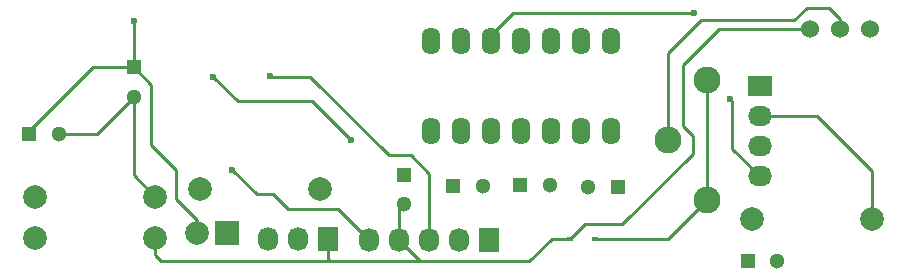
<source format=gbr>
G04 #@! TF.FileFunction,Copper,L2,Bot,Signal*
%FSLAX46Y46*%
G04 Gerber Fmt 4.6, Leading zero omitted, Abs format (unit mm)*
G04 Created by KiCad (PCBNEW 4.0.2+dfsg1-stable) date Thu 01 Dec 2016 16:17:54 GMT*
%MOMM*%
G01*
G04 APERTURE LIST*
%ADD10C,0.100000*%
%ADD11R,1.300000X1.300000*%
%ADD12C,1.300000*%
%ADD13C,1.998980*%
%ADD14O,1.600000X2.300000*%
%ADD15R,0.590000X0.450000*%
%ADD16R,1.727200X2.032000*%
%ADD17O,1.727200X2.032000*%
%ADD18R,2.032000X1.727200*%
%ADD19O,2.032000X1.727200*%
%ADD20C,2.286000*%
%ADD21R,2.000000X2.000000*%
%ADD22C,2.000000*%
%ADD23C,1.524000*%
%ADD24C,0.600000*%
%ADD25C,0.250000*%
G04 APERTURE END LIST*
D10*
D11*
X142494000Y-72085200D03*
D12*
X142494000Y-74585200D03*
D11*
X175234600Y-82067400D03*
D12*
X177734600Y-82067400D03*
D11*
X169545000Y-82143600D03*
D12*
X172045000Y-82143600D03*
D11*
X165354000Y-81203800D03*
D12*
X165354000Y-83703800D03*
D11*
X183489600Y-82245200D03*
D12*
X180989600Y-82245200D03*
D11*
X133654800Y-77724000D03*
D12*
X136154800Y-77724000D03*
D13*
X144297400Y-86537800D03*
X134137400Y-86537800D03*
X144322800Y-83032600D03*
X134162800Y-83032600D03*
X148132800Y-82372200D03*
X158292800Y-82372200D03*
X204978000Y-84963000D03*
X194818000Y-84963000D03*
D14*
X167640000Y-77470000D03*
X170180000Y-77470000D03*
X172720000Y-77470000D03*
X175260000Y-77470000D03*
X177800000Y-77470000D03*
X180340000Y-77470000D03*
X182880000Y-77470000D03*
X182880000Y-69850000D03*
X180340000Y-69850000D03*
X177800000Y-69850000D03*
X175260000Y-69850000D03*
X172720000Y-69850000D03*
X170180000Y-69850000D03*
X167640000Y-69850000D03*
D15*
X179462800Y-86614000D03*
X181572800Y-86614000D03*
D16*
X172593000Y-86741000D03*
D17*
X170053000Y-86741000D03*
X167513000Y-86741000D03*
X164973000Y-86741000D03*
X162433000Y-86741000D03*
D18*
X195529200Y-73710800D03*
D19*
X195529200Y-76250800D03*
X195529200Y-78790800D03*
X195529200Y-81330800D03*
D20*
X191033400Y-83312000D03*
X191033400Y-73152000D03*
X187731400Y-78232000D03*
D21*
X150418800Y-86156800D03*
D22*
X147878800Y-86156800D03*
D23*
X202311000Y-68808600D03*
X204851000Y-68808600D03*
X199771000Y-68808600D03*
D11*
X194487800Y-88468200D03*
D12*
X196987800Y-88468200D03*
D16*
X158927800Y-86614000D03*
D17*
X156387800Y-86614000D03*
X153847800Y-86614000D03*
D24*
X142494000Y-68199000D03*
X150850600Y-80746600D03*
X154051000Y-72847200D03*
X160858200Y-78257400D03*
X149250400Y-72898000D03*
X189966600Y-67462400D03*
X193014600Y-74752200D03*
D25*
X153847800Y-86614000D02*
X153847800Y-86588600D01*
X133654800Y-77724000D02*
X133654800Y-77470000D01*
X133654800Y-77470000D02*
X139039600Y-72085200D01*
X139039600Y-72085200D02*
X142494000Y-72085200D01*
X147878800Y-86156800D02*
X147878800Y-85039200D01*
X143992600Y-73583800D02*
X142494000Y-72085200D01*
X143992600Y-78689200D02*
X143992600Y-73583800D01*
X146050000Y-80746600D02*
X143992600Y-78689200D01*
X146050000Y-83210400D02*
X146050000Y-80746600D01*
X147878800Y-85039200D02*
X147040600Y-84201000D01*
X147040600Y-84201000D02*
X146050000Y-83210400D01*
X187731400Y-78232000D02*
X187731400Y-70891400D01*
X202311000Y-68021200D02*
X202311000Y-68808600D01*
X201345800Y-67056000D02*
X202311000Y-68021200D01*
X199466200Y-67056000D02*
X201345800Y-67056000D01*
X198399400Y-68122800D02*
X199466200Y-67056000D01*
X190500000Y-68122800D02*
X198399400Y-68122800D01*
X187731400Y-70891400D02*
X190500000Y-68122800D01*
X142494000Y-72085200D02*
X142494000Y-68199000D01*
X158927800Y-86614000D02*
X158927800Y-88290400D01*
X158927800Y-88290400D02*
X159156400Y-88519000D01*
X142494000Y-74585200D02*
X142494000Y-81203800D01*
X142494000Y-81203800D02*
X144322800Y-83032600D01*
X199771000Y-68808600D02*
X192074800Y-68808600D01*
X180682000Y-85394800D02*
X179462800Y-86614000D01*
X183870600Y-85394800D02*
X180682000Y-85394800D01*
X189839600Y-79425800D02*
X183870600Y-85394800D01*
X189839600Y-77901800D02*
X189839600Y-79425800D01*
X188976000Y-77038200D02*
X189839600Y-77901800D01*
X188976000Y-71907400D02*
X188976000Y-77038200D01*
X192074800Y-68808600D02*
X188976000Y-71907400D01*
X144297400Y-86537800D02*
X144297400Y-87985600D01*
X144830800Y-88519000D02*
X159156400Y-88519000D01*
X159156400Y-88519000D02*
X166751000Y-88519000D01*
X144297400Y-87985600D02*
X144830800Y-88519000D01*
X179462800Y-86614000D02*
X177876200Y-86614000D01*
X177876200Y-86614000D02*
X175971200Y-88519000D01*
X175971200Y-88519000D02*
X166751000Y-88519000D01*
X166751000Y-88519000D02*
X164973000Y-86741000D01*
X164973000Y-86741000D02*
X164973000Y-84084800D01*
X164973000Y-84084800D02*
X165354000Y-83703800D01*
X136154800Y-77724000D02*
X139355200Y-77724000D01*
X139355200Y-77724000D02*
X142494000Y-74585200D01*
X195529200Y-76250800D02*
X200380600Y-76250800D01*
X204978000Y-80848200D02*
X204978000Y-84963000D01*
X200380600Y-76250800D02*
X204978000Y-80848200D01*
X159816800Y-84124800D02*
X162433000Y-86741000D01*
X155600400Y-84124800D02*
X159816800Y-84124800D01*
X154279600Y-82804000D02*
X155600400Y-84124800D01*
X152908000Y-82804000D02*
X154279600Y-82804000D01*
X150850600Y-80746600D02*
X152908000Y-82804000D01*
X167513000Y-81102200D02*
X167513000Y-86741000D01*
X165963600Y-79552800D02*
X167513000Y-81102200D01*
X164084000Y-79552800D02*
X165963600Y-79552800D01*
X157429200Y-72898000D02*
X164084000Y-79552800D01*
X154101800Y-72898000D02*
X157429200Y-72898000D01*
X154051000Y-72847200D02*
X154101800Y-72898000D01*
X160858200Y-78257400D02*
X157556200Y-74955400D01*
X157556200Y-74955400D02*
X151307800Y-74955400D01*
X151307800Y-74955400D02*
X149250400Y-72898000D01*
X172720000Y-69850000D02*
X172720000Y-69392800D01*
X172720000Y-69392800D02*
X174650400Y-67462400D01*
X174650400Y-67462400D02*
X189966600Y-67462400D01*
X193014600Y-74752200D02*
X193192400Y-74930000D01*
X193192400Y-74930000D02*
X193192400Y-78994000D01*
X193192400Y-78994000D02*
X195529200Y-81330800D01*
X191033400Y-73152000D02*
X191033400Y-83312000D01*
X181572800Y-86614000D02*
X187731400Y-86614000D01*
X187731400Y-86614000D02*
X191033400Y-83312000D01*
M02*

</source>
